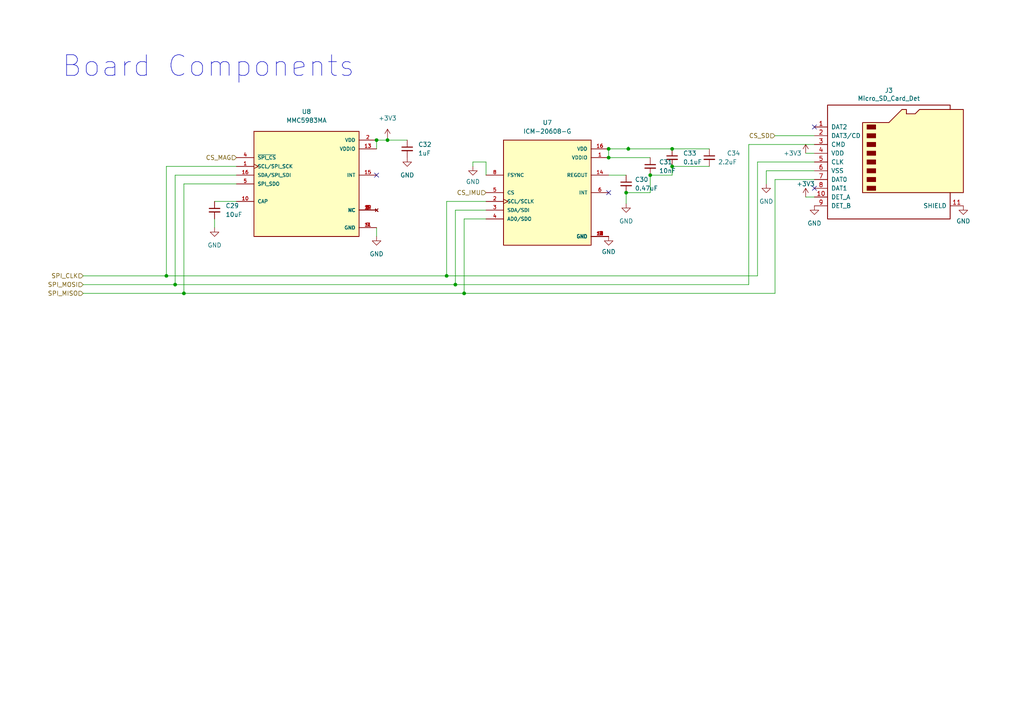
<source format=kicad_sch>
(kicad_sch (version 20230121) (generator eeschema)
  (paper "A4")
  (lib_symbols
    (symbol "Connector:Micro_SD_Card_Det_Hirose_DM3AT" (pin_names (offset 1.016))
      (property "Reference" "J" (at -16.51 17.78 0))
      (property "Value" "Micro_SD_Card_Det_Hirose_DM3AT" (at 16.51 17.78 0))
      (symbol "Micro_SD_Card_Det_Hirose_DM3AT_0_1"
        (rectangle (start -7.62 -6.985) (end -5.08 -8.255) (fill (type outline)))
        (rectangle (start -7.62 -4.445) (end -5.08 -5.715) (fill (type outline)))
        (rectangle (start -7.62 -1.905) (end -5.08 -3.175) (fill (type outline)))
        (rectangle (start -7.62 0.635) (end -5.08 -0.635) (fill (type outline)))
        (rectangle (start -7.62 3.175) (end -5.08 1.905) (fill (type outline)))
        (rectangle (start -7.62 5.715) (end -5.08 4.445) (fill (type outline)))
        (rectangle (start -7.62 8.255) (end -5.08 6.985) (fill (type outline)))
        (rectangle (start -7.62 10.795) (end -5.08 9.525) (fill (type outline)))
        (polyline (pts (xy 16.51 15.24) (xy 16.51 16.51) (xy -19.05 16.51) (xy -19.05 -16.51) (xy 16.51 -16.51) (xy 16.51 -8.89)) (stroke (width 0.254)))
        (polyline (pts (xy -8.89 -8.89) (xy -8.89 11.43) (xy -1.27 11.43) (xy 2.54 15.24) (xy 3.81 15.24) (xy 3.81 13.97) (xy 6.35 13.97) (xy 7.62 15.24) (xy 20.32 15.24) (xy 20.32 -8.89) (xy -8.89 -8.89)) (stroke (width 0.254)) (fill (type background)))
      )
      (symbol "Micro_SD_Card_Det_Hirose_DM3AT_1_1"
        (pin bidirectional line (at -22.86 10.16 0) (length 3.81) (name "DAT2") (number "1"))
        (pin passive line (at -22.86 -10.16 0) (length 3.81) (name "DET_A") (number "10"))
        (pin passive line (at 20.32 -12.7 180) (length 3.81) (name "SHIELD") (number "11"))
        (pin bidirectional line (at -22.86 7.62 0) (length 3.81) (name "DAT3/CD") (number "2"))
        (pin input line (at -22.86 5.08 0) (length 3.81) (name "CMD") (number "3"))
        (pin power_in line (at -22.86 2.54 0) (length 3.81) (name "VDD") (number "4"))
        (pin input line (at -22.86 0 0) (length 3.81) (name "CLK") (number "5"))
        (pin power_in line (at -22.86 -2.54 0) (length 3.81) (name "VSS") (number "6"))
        (pin bidirectional line (at -22.86 -5.08 0) (length 3.81) (name "DAT0") (number "7"))
        (pin bidirectional line (at -22.86 -7.62 0) (length 3.81) (name "DAT1") (number "8"))
        (pin passive line (at -22.86 -12.7 0) (length 3.81) (name "DET_B") (number "9"))
      )
    )
    (symbol "Device:C_Small" (pin_numbers hide) (pin_names (offset 0.254) hide)
      (property "Reference" "C" (at 0.254 1.778 0))
      (property "Value" "C_Small" (at 0.254 -2.032 0))
      (symbol "C_Small_0_1"
        (polyline (pts (xy -1.524 -0.508) (xy 1.524 -0.508)) (stroke (width 0.3302)))
        (polyline (pts (xy -1.524 0.508) (xy 1.524 0.508)) (stroke (width 0.3048)))
      )
      (symbol "C_Small_1_1"
        (pin passive line (at 0 2.54 270) (length 2.032) (name "~") (number "1"))
        (pin passive line (at 0 -2.54 90) (length 2.032) (name "~") (number "2"))
      )
    )
    (symbol "iclr:ICM-20608-G" (pin_names (offset 1.016))
      (property "Reference" "U" (at -12.7 16.002 0))
      (property "Value" "ICM-20608-G" (at -12.7 -17.78 0))
      (symbol "ICM-20608-G_0_0"
        (rectangle (start -12.7 -15.24) (end 12.7 15.24) (stroke (width 0.254)) (fill (type background)))
        (pin power_in line (at 17.78 10.16 180) (length 5.08) (name "VDDIO") (number "1"))
        (pin power_in line (at 17.78 -12.7 180) (length 5.08) (name "GND") (number "10"))
        (pin power_in line (at 17.78 -12.7 180) (length 5.08) (name "GND") (number "11"))
        (pin power_in line (at 17.78 -12.7 180) (length 5.08) (name "GND") (number "12"))
        (pin power_in line (at 17.78 -12.7 180) (length 5.08) (name "GND") (number "13"))
        (pin output line (at 17.78 5.08 180) (length 5.08) (name "REGOUT") (number "14"))
        (pin power_in line (at 17.78 -12.7 180) (length 5.08) (name "GND") (number "15"))
        (pin power_in line (at 17.78 12.7 180) (length 5.08) (name "VDD") (number "16"))
        (pin input clock (at -17.78 -2.54 0) (length 5.08) (name "SCL/SCLK") (number "2"))
        (pin bidirectional line (at -17.78 -5.08 0) (length 5.08) (name "SDA/SDI") (number "3"))
        (pin bidirectional line (at -17.78 -7.62 0) (length 5.08) (name "AD0/SDO") (number "4"))
        (pin input line (at -17.78 0 0) (length 5.08) (name "CS") (number "5"))
        (pin output line (at 17.78 0 180) (length 5.08) (name "INT") (number "6"))
        (pin input line (at -17.78 5.08 0) (length 5.08) (name "FSYNC") (number "8"))
        (pin power_in line (at 17.78 -12.7 180) (length 5.08) (name "GND") (number "9"))
      )
    )
    (symbol "iclr:MMC5983MA" (pin_names (offset 1.016))
      (property "Reference" "U" (at -15.24 15.24 0))
      (property "Value" "MMC5983MA" (at -15.24 -17.78 0))
      (symbol "MMC5983MA_0_0"
        (rectangle (start -15.24 -15.24) (end 15.24 15.24) (stroke (width 0.254)) (fill (type background)))
        (pin input clock (at -20.32 5.08 0) (length 5.08) (name "SCL/SPI_SCK") (number "1"))
        (pin passive line (at -20.32 -5.08 0) (length 5.08) (name "CAP") (number "10"))
        (pin power_in line (at 20.32 -12.7 180) (length 5.08) (name "GND") (number "11"))
        (pin no_connect line (at 20.32 -7.62 180) (length 5.08) (name "NC") (number "12"))
        (pin power_in line (at 20.32 10.16 180) (length 5.08) (name "VDDIO") (number "13"))
        (pin no_connect line (at 20.32 -7.62 180) (length 5.08) (name "NC") (number "14"))
        (pin output line (at 20.32 2.54 180) (length 5.08) (name "INT") (number "15"))
        (pin bidirectional line (at -20.32 2.54 0) (length 5.08) (name "SDA/SPI_SDI") (number "16"))
        (pin power_in line (at 20.32 12.7 180) (length 5.08) (name "VDD") (number "2"))
        (pin no_connect line (at 20.32 -7.62 180) (length 5.08) (name "NC") (number "3"))
        (pin input line (at -20.32 7.62 0) (length 5.08) (name "~{SPI_CS}") (number "4"))
        (pin output line (at -20.32 0 0) (length 5.08) (name "SPI_SDO") (number "5"))
        (pin no_connect line (at 20.32 -7.62 180) (length 5.08) (name "NC") (number "6"))
        (pin no_connect line (at 20.32 -7.62 180) (length 5.08) (name "NC") (number "7"))
        (pin no_connect line (at 20.32 -7.62 180) (length 5.08) (name "NC") (number "8"))
        (pin power_in line (at 20.32 -12.7 180) (length 5.08) (name "GND") (number "9"))
      )
    )
    (symbol "power:+3.3V" (power) (pin_names (offset 0))
      (property "Value" "+3.3V" (at 0 3.556 0))
      (symbol "+3.3V_0_1"
        (polyline (pts (xy -0.762 1.27) (xy 0 2.54)))
        (polyline (pts (xy 0 0) (xy 0 2.54)))
        (polyline (pts (xy 0 2.54) (xy 0.762 1.27)))
      )
      (symbol "+3.3V_1_1"
        (pin power_in line (at 0 0 90) (length 0) hide (name "+3V3") (number "1"))
      )
    )
    (symbol "power:GND" (power) (pin_names (offset 0))
      (property "Value" "GND" (at 0 -3.81 0))
      (symbol "GND_0_1"
        (polyline (pts (xy 0 0) (xy 0 -1.27) (xy 1.27 -1.27) (xy 0 -2.54) (xy -1.27 -1.27) (xy 0 -1.27)))
      )
      (symbol "GND_1_1"
        (pin power_in line (at 0 0 270) (length 0) hide (name "GND") (number "1"))
      )
    )
  )
  (junction (at 181.61 55.88))
  (junction (at 194.945 43.18))
  (junction (at 112.395 40.64))
  (junction (at 182.245 43.18))
  (junction (at 176.53 43.18))
  (junction (at 109.22 40.64))
  (junction (at 176.53 45.72))
  (junction (at 50.8 82.55))
  (junction (at 134.62 85.09))
  (junction (at 188.595 50.8))
  (junction (at 48.26 80.01))
  (junction (at 194.945 48.26))
  (junction (at 53.34 85.09))
  (junction (at 132.08 82.55))
  (junction (at 129.54 80.01))
  (no_connect (at 236.22 36.83))
  (no_connect (at 109.22 50.8))
  (no_connect (at 176.53 55.88))
  (no_connect (at 236.22 54.61))
  (wire (pts (xy 53.34 85.09) (xy 134.62 85.09)))
  (wire (pts (xy 236.22 49.53) (xy 222.25 49.53)))
  (wire (pts (xy 24.13 85.09) (xy 53.34 85.09)))
  (wire (pts (xy 224.79 52.07) (xy 236.22 52.07)))
  (wire (pts (xy 129.54 80.01) (xy 129.54 58.42)))
  (wire (pts (xy 50.8 50.8) (xy 68.58 50.8)))
  (wire (pts (xy 182.245 43.18) (xy 194.945 43.18)))
  (wire (pts (xy 236.22 44.45) (xy 233.68 44.45)))
  (wire (pts (xy 53.34 85.09) (xy 53.34 53.34)))
  (wire (pts (xy 217.17 82.55) (xy 217.17 41.91)))
  (wire (pts (xy 182.245 43.18) (xy 182.245 42.545)))
  (wire (pts (xy 129.54 58.42) (xy 140.97 58.42)))
  (wire (pts (xy 194.945 50.8) (xy 194.945 48.26)))
  (wire (pts (xy 194.945 48.26) (xy 205.74 48.26)))
  (wire (pts (xy 222.25 49.53) (xy 222.25 53.34)))
  (wire (pts (xy 134.62 85.09) (xy 224.79 85.09)))
  (wire (pts (xy 233.68 57.15) (xy 236.22 57.15)))
  (wire (pts (xy 132.08 82.55) (xy 217.17 82.55)))
  (wire (pts (xy 50.8 82.55) (xy 50.8 50.8)))
  (wire (pts (xy 129.54 80.01) (xy 219.71 80.01)))
  (wire (pts (xy 112.395 40.64) (xy 118.11 40.64)))
  (wire (pts (xy 224.79 39.37) (xy 236.22 39.37)))
  (wire (pts (xy 217.17 41.91) (xy 236.22 41.91)))
  (wire (pts (xy 112.395 40.005) (xy 112.395 40.64)))
  (wire (pts (xy 132.08 82.55) (xy 132.08 60.96)))
  (wire (pts (xy 134.62 85.09) (xy 134.62 63.5)))
  (wire (pts (xy 181.61 55.88) (xy 188.595 55.88)))
  (wire (pts (xy 219.71 80.01) (xy 219.71 46.99)))
  (wire (pts (xy 188.595 50.8) (xy 194.945 50.8)))
  (wire (pts (xy 194.945 43.18) (xy 205.74 43.18)))
  (wire (pts (xy 24.13 82.55) (xy 50.8 82.55)))
  (wire (pts (xy 219.71 46.99) (xy 236.22 46.99)))
  (wire (pts (xy 140.97 46.99) (xy 137.16 46.99)))
  (wire (pts (xy 176.53 43.18) (xy 182.245 43.18)))
  (wire (pts (xy 132.08 60.96) (xy 140.97 60.96)))
  (wire (pts (xy 176.53 45.72) (xy 188.595 45.72)))
  (wire (pts (xy 50.8 82.55) (xy 132.08 82.55)))
  (wire (pts (xy 48.26 80.01) (xy 129.54 80.01)))
  (wire (pts (xy 188.595 55.88) (xy 188.595 50.8)))
  (wire (pts (xy 176.53 43.18) (xy 176.53 45.72)))
  (wire (pts (xy 137.16 46.99) (xy 137.16 48.26)))
  (wire (pts (xy 24.13 80.01) (xy 48.26 80.01)))
  (wire (pts (xy 134.62 63.5) (xy 140.97 63.5)))
  (wire (pts (xy 62.23 63.5) (xy 62.23 66.04)))
  (wire (pts (xy 224.79 52.07) (xy 224.79 85.09)))
  (wire (pts (xy 181.61 55.88) (xy 181.61 59.055)))
  (wire (pts (xy 48.26 80.01) (xy 48.26 48.26)))
  (wire (pts (xy 176.53 50.8) (xy 181.61 50.8)))
  (wire (pts (xy 62.23 58.42) (xy 68.58 58.42)))
  (wire (pts (xy 109.22 40.64) (xy 109.22 43.18)))
  (wire (pts (xy 140.97 50.8) (xy 140.97 46.99)))
  (wire (pts (xy 48.26 48.26) (xy 68.58 48.26)))
  (wire (pts (xy 109.22 66.04) (xy 109.22 68.58)))
  (wire (pts (xy 53.34 53.34) (xy 68.58 53.34)))
  (wire (pts (xy 112.395 40.64) (xy 109.22 40.64)))
  (text "Board Components" (at 17.78 22.86 0) (effects (font (size 6 6)) (justify left bottom)))
  (hierarchical_label "SPI_CLK" (shape input) (at 24.13 80.01 180))
  (hierarchical_label "SPI_MISO" (shape input) (at 24.13 85.09 180))
  (hierarchical_label "CS_MAG" (shape input) (at 68.58 45.72 180))
  (hierarchical_label "CS_SD" (shape input) (at 224.79 39.37 180))
  (hierarchical_label "SPI_MOSI" (shape input) (at 24.13 82.55 180))
  (hierarchical_label "CS_IMU" (shape input) (at 140.97 55.88 180))
  (symbol (lib_id "power:GND") (at 137.16 48.26 0) (unit 1)
    (property "Reference" "#PWR058" (effects hide))
    (property "Value" "GND" (at 137.16 52.705 0))
  )
  (symbol (lib_id "power:GND") (at 236.22 59.69 0) (unit 1)
    (property "Reference" "#PWR059" (effects hide))
    (property "Value" "GND" (at 236.22 64.77 0))
  )
  (symbol (lib_id "Connector:Micro_SD_Card_Det_Hirose_DM3AT") (at 259.08 46.99 0) (unit 1)
    (property "Reference" "J3" (at 257.81 26.2382 0))
    (property "Value" "Micro_SD_Card_Det" (at 257.81 28.5496 0))
    (property "Footprint" "Connector_Card:microSD_HC_Hirose_DM3AT-SF-PEJM5" (effects hide))
    (property "Datasheet" "https://www.hirose.com/product/en/download_file/key_name/DM3/category/Catalog/doc_file_id/49662/?file_category_id=4&item_id=195&is_series=1" (effects hide))
  )
  (symbol (lib_id "iclr:ICM-20608-G") (at 158.75 55.88 0) (unit 1)
    (property "Reference" "U7" (at 158.75 35.56 0))
    (property "Value" "ICM-20608-G" (at 158.75 38.1 0))
    (property "Footprint" "iclr:PQFN50P300X300X80-16N" (effects hide))
    (property "MANUFACTURER" "TDK" (effects hide))
    (property "PARTREV" "1.0" (effects hide))
    (property "STANDARD" "IPC-7351B" (effects hide))
  )
  (symbol (lib_id "Device:C_Small") (at 62.23 60.96 0) (unit 1)
    (property "Reference" "C29" (at 65.405 59.6962 0) (effects (justify left)))
    (property "Value" "10uF" (at 65.405 62.2362 0) (effects (justify left)))
    (property "Footprint" "Capacitor_SMD:C_0402_1005Metric" (effects hide))
  )
  (symbol (lib_id "power:GND") (at 109.22 68.58 0) (unit 1)
    (property "Reference" "#PWR061" (effects hide))
    (property "Value" "GND" (at 109.22 73.66 0))
  )
  (symbol (lib_id "power:GND") (at 279.4 59.69 0) (unit 1)
    (property "Reference" "#PWR063" (effects hide))
    (property "Value" "GND" (at 279.4 64.135 0))
  )
  (symbol (lib_id "power:GND") (at 62.23 66.04 0) (unit 1)
    (property "Reference" "#PWR057" (effects hide))
    (property "Value" "GND" (at 62.23 71.12 0))
  )
  (symbol (lib_id "power:GND") (at 118.11 45.72 0) (unit 1)
    (property "Reference" "#PWR064" (effects hide))
    (property "Value" "GND" (at 118.11 50.8 0))
  )
  (symbol (lib_id "Device:C_Small") (at 205.74 45.72 0) (unit 1)
    (property "Reference" "C34" (at 210.82 44.45 0) (effects (justify left)))
    (property "Value" "2.2uF" (at 208.28 46.9962 0) (effects (justify left)))
    (property "Footprint" "Capacitor_SMD:C_0402_1005Metric" (effects hide))
  )
  (symbol (lib_id "Device:C_Small") (at 194.945 45.72 0) (unit 1)
    (property "Reference" "C33" (at 198.12 44.4562 0) (effects (justify left)))
    (property "Value" "0.1uF" (at 198.12 46.9962 0) (effects (justify left)))
    (property "Footprint" "Capacitor_SMD:C_0402_1005Metric" (effects hide))
  )
  (symbol (lib_id "power:GND") (at 222.25 53.34 0) (unit 1)
    (property "Reference" "#PWR055" (effects hide))
    (property "Value" "GND" (at 222.25 58.42 0))
  )
  (symbol (lib_id "power:+3.3V") (at 233.68 57.15 0) (unit 1)
    (property "Reference" "#PWR056" (effects hide))
    (property "Value" "+3.3V" (at 233.68 53.34 0))
  )
  (symbol (lib_id "power:GND") (at 181.61 59.055 0) (unit 1)
    (property "Reference" "#PWR0102" (effects hide))
    (property "Value" "GND" (at 181.61 64.135 0))
  )
  (symbol (lib_id "Device:C_Small") (at 181.61 53.34 0) (unit 1)
    (property "Reference" "C30" (at 184.15 52.0762 0) (effects (justify left)))
    (property "Value" "0.47uF" (at 184.15 54.6162 0) (effects (justify left)))
    (property "Footprint" "Capacitor_SMD:C_0402_1005Metric" (effects hide))
  )
  (symbol (lib_id "power:+3.3V") (at 112.395 40.005 0) (unit 1)
    (property "Reference" "#PWR062" (effects hide))
    (property "Value" "+3.3V" (at 112.395 34.29 0))
  )
  (symbol (lib_id "iclr:MMC5983MA") (at 88.9 53.34 0) (unit 1)
    (property "Reference" "U8" (at 88.9 32.385 0))
    (property "Value" "MMC5983MA" (at 88.9 34.925 0))
    (property "Footprint" "iclr:PQFN50P300X300X100-16N" (effects hide))
    (property "MANUFACTURER" "Memsic Inc." (effects hide))
    (property "MAXIMUM_PACKAGE_HEIGHT" "1.00 mm" (effects hide))
    (property "PARTREV" "A" (effects hide))
    (property "STANDARD" "IPC 7351B" (effects hide))
  )
  (symbol (lib_id "power:GND") (at 176.53 68.58 0) (unit 1)
    (property "Reference" "#PWR060" (effects hide))
    (property "Value" "GND" (at 176.53 73.025 0))
  )
  (symbol (lib_id "Device:C_Small") (at 118.11 43.18 0) (unit 1)
    (property "Reference" "C32" (at 121.285 41.9162 0) (effects (justify left)))
    (property "Value" "1uF" (at 121.285 44.4562 0) (effects (justify left)))
    (property "Footprint" "Capacitor_SMD:C_0402_1005Metric" (effects hide))
  )
  (symbol (lib_id "power:+3.3V") (at 233.68 44.45 0) (unit 1)
    (property "Reference" "#PWR054" (effects hide))
    (property "Value" "+3.3V" (at 229.87 44.45 0))
  )
  (symbol (lib_id "Device:C_Small") (at 188.595 48.26 0) (unit 1)
    (property "Reference" "C31" (at 191.135 46.9962 0) (effects (justify left)))
    (property "Value" "10nF" (at 191.135 49.5362 0) (effects (justify left)))
    (property "Footprint" "Capacitor_SMD:C_0402_1005Metric" (effects hide))
  )
)
</source>
